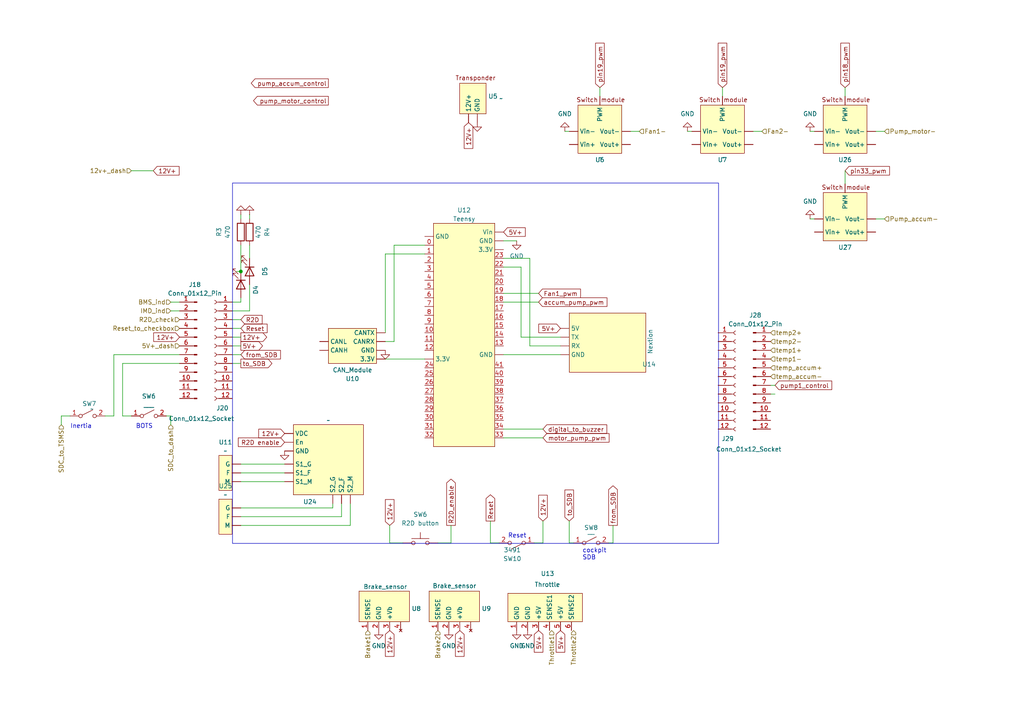
<source format=kicad_sch>
(kicad_sch (version 20231120) (generator "eeschema") (generator_version "8.0")
  (paper "A4")
  (lib_symbols
    (symbol "Connector:Conn_01x12_Pin" (pin_names (offset 1.016) hide)
      (property "Reference" "J" (at 0 15.24 0))
      (property "Value" "Conn_01x12_Pin" (at 0 -17.78 0))
      (symbol "Conn_01x12_Pin_1_1"
        (polyline (pts (xy 1.27 -15.24) (xy 0.8636 -15.24)) (stroke (width 0.1524)))
        (polyline (pts (xy 1.27 -12.7) (xy 0.8636 -12.7)) (stroke (width 0.1524)))
        (polyline (pts (xy 1.27 -10.16) (xy 0.8636 -10.16)) (stroke (width 0.1524)))
        (polyline (pts (xy 1.27 -7.62) (xy 0.8636 -7.62)) (stroke (width 0.1524)))
        (polyline (pts (xy 1.27 -5.08) (xy 0.8636 -5.08)) (stroke (width 0.1524)))
        (polyline (pts (xy 1.27 -2.54) (xy 0.8636 -2.54)) (stroke (width 0.1524)))
        (polyline (pts (xy 1.27 0) (xy 0.8636 0)) (stroke (width 0.1524)))
        (polyline (pts (xy 1.27 2.54) (xy 0.8636 2.54)) (stroke (width 0.1524)))
        (polyline (pts (xy 1.27 5.08) (xy 0.8636 5.08)) (stroke (width 0.1524)))
        (polyline (pts (xy 1.27 7.62) (xy 0.8636 7.62)) (stroke (width 0.1524)))
        (polyline (pts (xy 1.27 10.16) (xy 0.8636 10.16)) (stroke (width 0.1524)))
        (polyline (pts (xy 1.27 12.7) (xy 0.8636 12.7)) (stroke (width 0.1524)))
        (rectangle (start 0.8636 -15.113) (end 0 -15.367) (stroke (width 0.1524)) (fill (type outline)))
        (rectangle (start 0.8636 -12.573) (end 0 -12.827) (stroke (width 0.1524)) (fill (type outline)))
        (rectangle (start 0.8636 -10.033) (end 0 -10.287) (stroke (width 0.1524)) (fill (type outline)))
        (rectangle (start 0.8636 -7.493) (end 0 -7.747) (stroke (width 0.1524)) (fill (type outline)))
        (rectangle (start 0.8636 -4.953) (end 0 -5.207) (stroke (width 0.1524)) (fill (type outline)))
        (rectangle (start 0.8636 -2.413) (end 0 -2.667) (stroke (width 0.1524)) (fill (type outline)))
        (rectangle (start 0.8636 0.127) (end 0 -0.127) (stroke (width 0.1524)) (fill (type outline)))
        (rectangle (start 0.8636 2.667) (end 0 2.413) (stroke (width 0.1524)) (fill (type outline)))
        (rectangle (start 0.8636 5.207) (end 0 4.953) (stroke (width 0.1524)) (fill (type outline)))
        (rectangle (start 0.8636 7.747) (end 0 7.493) (stroke (width 0.1524)) (fill (type outline)))
        (rectangle (start 0.8636 10.287) (end 0 10.033) (stroke (width 0.1524)) (fill (type outline)))
        (rectangle (start 0.8636 12.827) (end 0 12.573) (stroke (width 0.1524)) (fill (type outline)))
        (pin passive line (at 5.08 12.7 180) (length 3.81) (name "Pin_1") (number "1"))
        (pin passive line (at 5.08 -10.16 180) (length 3.81) (name "Pin_10") (number "10"))
        (pin passive line (at 5.08 -12.7 180) (length 3.81) (name "Pin_11") (number "11"))
        (pin passive line (at 5.08 -15.24 180) (length 3.81) (name "Pin_12") (number "12"))
        (pin passive line (at 5.08 10.16 180) (length 3.81) (name "Pin_2") (number "2"))
        (pin passive line (at 5.08 7.62 180) (length 3.81) (name "Pin_3") (number "3"))
        (pin passive line (at 5.08 5.08 180) (length 3.81) (name "Pin_4") (number "4"))
        (pin passive line (at 5.08 2.54 180) (length 3.81) (name "Pin_5") (number "5"))
        (pin passive line (at 5.08 0 180) (length 3.81) (name "Pin_6") (number "6"))
        (pin passive line (at 5.08 -2.54 180) (length 3.81) (name "Pin_7") (number "7"))
        (pin passive line (at 5.08 -5.08 180) (length 3.81) (name "Pin_8") (number "8"))
        (pin passive line (at 5.08 -7.62 180) (length 3.81) (name "Pin_9") (number "9"))
      )
    )
    (symbol "Connector:Conn_01x12_Socket" (pin_names (offset 1.016) hide)
      (property "Reference" "J" (at 0 15.24 0))
      (property "Value" "Conn_01x12_Socket" (at 0 -17.78 0))
      (symbol "Conn_01x12_Socket_1_1"
        (arc (start 0 -14.732) (mid -0.5058 -15.24) (end 0 -15.748) (stroke (width 0.1524)))
        (arc (start 0 -12.192) (mid -0.5058 -12.7) (end 0 -13.208) (stroke (width 0.1524)))
        (arc (start 0 -9.652) (mid -0.5058 -10.16) (end 0 -10.668) (stroke (width 0.1524)))
        (arc (start 0 -7.112) (mid -0.5058 -7.62) (end 0 -8.128) (stroke (width 0.1524)))
        (arc (start 0 -4.572) (mid -0.5058 -5.08) (end 0 -5.588) (stroke (width 0.1524)))
        (arc (start 0 -2.032) (mid -0.5058 -2.54) (end 0 -3.048) (stroke (width 0.1524)))
        (polyline (pts (xy -1.27 -15.24) (xy -0.508 -15.24)) (stroke (width 0.1524)))
        (polyline (pts (xy -1.27 -12.7) (xy -0.508 -12.7)) (stroke (width 0.1524)))
        (polyline (pts (xy -1.27 -10.16) (xy -0.508 -10.16)) (stroke (width 0.1524)))
        (polyline (pts (xy -1.27 -7.62) (xy -0.508 -7.62)) (stroke (width 0.1524)))
        (polyline (pts (xy -1.27 -5.08) (xy -0.508 -5.08)) (stroke (width 0.1524)))
        (polyline (pts (xy -1.27 -2.54) (xy -0.508 -2.54)) (stroke (width 0.1524)))
        (polyline (pts (xy -1.27 0) (xy -0.508 0)) (stroke (width 0.1524)))
        (polyline (pts (xy -1.27 2.54) (xy -0.508 2.54)) (stroke (width 0.1524)))
        (polyline (pts (xy -1.27 5.08) (xy -0.508 5.08)) (stroke (width 0.1524)))
        (polyline (pts (xy -1.27 7.62) (xy -0.508 7.62)) (stroke (width 0.1524)))
        (polyline (pts (xy -1.27 10.16) (xy -0.508 10.16)) (stroke (width 0.1524)))
        (polyline (pts (xy -1.27 12.7) (xy -0.508 12.7)) (stroke (width 0.1524)))
        (arc (start 0 0.508) (mid -0.5058 0) (end 0 -0.508) (stroke (width 0.1524)))
        (arc (start 0 3.048) (mid -0.5058 2.54) (end 0 2.032) (stroke (width 0.1524)))
        (arc (start 0 5.588) (mid -0.5058 5.08) (end 0 4.572) (stroke (width 0.1524)))
        (arc (start 0 8.128) (mid -0.5058 7.62) (end 0 7.112) (stroke (width 0.1524)))
        (arc (start 0 10.668) (mid -0.5058 10.16) (end 0 9.652) (stroke (width 0.1524)))
        (arc (start 0 13.208) (mid -0.5058 12.7) (end 0 12.192) (stroke (width 0.1524)))
        (pin passive line (at -5.08 12.7 0) (length 3.81) (name "Pin_1") (number "1"))
        (pin passive line (at -5.08 -10.16 0) (length 3.81) (name "Pin_10") (number "10"))
        (pin passive line (at -5.08 -12.7 0) (length 3.81) (name "Pin_11") (number "11"))
        (pin passive line (at -5.08 -15.24 0) (length 3.81) (name "Pin_12") (number "12"))
        (pin passive line (at -5.08 10.16 0) (length 3.81) (name "Pin_2") (number "2"))
        (pin passive line (at -5.08 7.62 0) (length 3.81) (name "Pin_3") (number "3"))
        (pin passive line (at -5.08 5.08 0) (length 3.81) (name "Pin_4") (number "4"))
        (pin passive line (at -5.08 2.54 0) (length 3.81) (name "Pin_5") (number "5"))
        (pin passive line (at -5.08 0 0) (length 3.81) (name "Pin_6") (number "6"))
        (pin passive line (at -5.08 -2.54 0) (length 3.81) (name "Pin_7") (number "7"))
        (pin passive line (at -5.08 -5.08 0) (length 3.81) (name "Pin_8") (number "8"))
        (pin passive line (at -5.08 -7.62 0) (length 3.81) (name "Pin_9") (number "9"))
      )
    )
    (symbol "Device:LED" (pin_numbers hide) (pin_names (offset 1.016) hide)
      (property "Reference" "D" (at 0 2.54 0))
      (property "Value" "LED" (at 0 -2.54 0))
      (symbol "LED_0_1"
        (polyline (pts (xy -1.27 -1.27) (xy -1.27 1.27)) (stroke (width 0.254)))
        (polyline (pts (xy -1.27 0) (xy 1.27 0)))
        (polyline (pts (xy 1.27 -1.27) (xy 1.27 1.27) (xy -1.27 0) (xy 1.27 -1.27)) (stroke (width 0.254)))
        (polyline (pts (xy -3.048 -0.762) (xy -4.572 -2.286) (xy -3.81 -2.286) (xy -4.572 -2.286) (xy -4.572 -1.524)))
        (polyline (pts (xy -1.778 -0.762) (xy -3.302 -2.286) (xy -2.54 -2.286) (xy -3.302 -2.286) (xy -3.302 -1.524)))
      )
      (symbol "LED_1_1"
        (pin passive line (at -3.81 0 0) (length 2.54) (name "K") (number "1"))
        (pin passive line (at 3.81 0 180) (length 2.54) (name "A") (number "2"))
      )
    )
    (symbol "Device:R" (pin_numbers hide) (pin_names (offset 0))
      (property "Reference" "R" (at 2.032 0 90))
      (property "Value" "R" (at 0 0 90))
      (symbol "R_0_1"
        (rectangle (start -1.016 -2.54) (end 1.016 2.54) (stroke (width 0.254)))
      )
      (symbol "R_1_1"
        (pin passive line (at 0 3.81 270) (length 1.27) (name "~") (number "1"))
        (pin passive line (at 0 -3.81 90) (length 1.27) (name "~") (number "2"))
      )
    )
    (symbol "FSAE:Buzzer"
      (property "Reference" "U" (at 0 0 0))
      (symbol "Buzzer_1_1"
        (rectangle (start -10.16 8.89) (end 0 5.08) (fill (type background)))
        (pin input line (at -5.08 2.54 90) (length 2.54) (name "F") (number ""))
        (pin input line (at -7.62 2.54 90) (length 2.54) (name "G") (number ""))
        (pin input line (at -2.54 2.54 90) (length 2.54) (name "M") (number ""))
      )
    )
    (symbol "FSAE:Buzzer_board"
      (property "Reference" "U" (at 0 0 0))
      (symbol "Buzzer_board_1_1"
        (rectangle (start -11.43 22.86) (end 8.89 2.54) (fill (type background)))
        (pin input line (at 11.43 17.78 180) (length 2.54) (name "En") (number ""))
        (pin input line (at 11.43 15.24 180) (length 2.54) (name "GND") (number ""))
        (pin input line (at 11.43 8.89 180) (length 2.54) (name "S1_F") (number ""))
        (pin input line (at 11.43 11.43 180) (length 2.54) (name "S1_G") (number ""))
        (pin input line (at 11.43 6.35 180) (length 2.54) (name "S1_M") (number ""))
        (pin input line (at -5.08 0 90) (length 2.54) (name "S2_F") (number ""))
        (pin input line (at -2.54 0 90) (length 2.54) (name "S2_G") (number ""))
        (pin input line (at -7.62 0 90) (length 2.54) (name "S2_M") (number ""))
        (pin input line (at 11.43 20.32 180) (length 2.54) (name "VDC") (number ""))
      )
    )
    (symbol "FSAE:CAN_Module"
      (property "Reference" "U" (at 0 0 0))
      (property "Value" "CAN_Module" (at 0 -2.54 0))
      (symbol "CAN_Module_0_1"
        (rectangle (start -6.35 11.43) (end 7.62 1.27) (fill (type background)))
      )
      (symbol "CAN_Module_1_1"
        (pin power_in line (at -8.89 10.16 0) (length 2.54) (name "3.3V") (number ""))
        (pin bidirectional line (at 10.16 7.62 180) (length 2.54) (name "CANH") (number ""))
        (pin bidirectional line (at 10.16 5.08 180) (length 2.54) (name "CANL") (number ""))
        (pin bidirectional line (at -8.89 5.08 0) (length 2.54) (name "CANRX") (number ""))
        (pin bidirectional line (at -8.89 2.54 0) (length 2.54) (name "CANTX") (number ""))
        (pin bidirectional line (at -8.89 7.62 0) (length 2.54) (name "GND") (number ""))
      )
    )
    (symbol "FSAE:Nextion"
      (property "Reference" "U" (at 0 0 0))
      (symbol "Nextion_0_1"
        (rectangle (start -8.89 23.495) (end 8.255 1.27) (fill (type background)))
      )
      (symbol "Nextion_1_1"
        (pin input line (at 3.81 26.035 270) (length 2.54) (name "5V") (number ""))
        (pin bidirectional line (at -3.81 26.035 270) (length 2.54) (name "GND") (number ""))
        (pin input line (at -1.27 26.035 270) (length 2.54) (name "RX") (number ""))
        (pin output line (at 1.27 26.035 270) (length 2.54) (name "TX") (number ""))
      )
    )
    (symbol "FSAE:Teensy"
      (property "Reference" "U" (at 0 -8.89 0))
      (property "Value" "Teensy" (at 0 -10.16 0))
      (symbol "Teensy_0_1"
        (rectangle (start -8.89 57.15) (end 8.89 -7.62) (fill (type background)))
      )
      (symbol "Teensy_1_1"
        (pin power_out line (at -11.43 17.78 0) (length 2.54) (name "3.3V") (number ""))
        (pin power_out line (at 11.43 49.53 180) (length 2.54) (name "3.3V") (number ""))
        (pin bidirectional line (at -11.43 53.34 0) (length 2.54) (name "GND") (number ""))
        (pin bidirectional line (at 11.43 19.05 180) (length 2.54) (name "GND") (number ""))
        (pin bidirectional line (at 11.43 52.07 180) (length 2.54) (name "GND") (number ""))
        (pin power_in line (at 11.43 54.61 180) (length 2.54) (name "Vin") (number ""))
        (pin bidirectional line (at -11.43 50.8 0) (length 2.54) (name "") (number "0"))
        (pin bidirectional line (at -11.43 48.26 0) (length 2.54) (name "") (number "1"))
        (pin bidirectional line (at -11.43 25.4 0) (length 2.54) (name "") (number "10"))
        (pin bidirectional line (at -11.43 22.86 0) (length 2.54) (name "") (number "11"))
        (pin bidirectional line (at -11.43 20.32 0) (length 2.54) (name "") (number "12"))
        (pin bidirectional line (at 11.43 21.59 180) (length 2.54) (name "") (number "13"))
        (pin bidirectional line (at 11.43 24.13 180) (length 2.54) (name "") (number "14"))
        (pin bidirectional line (at 11.43 26.67 180) (length 2.54) (name "") (number "15"))
        (pin bidirectional line (at 11.43 29.21 180) (length 2.54) (name "") (number "16"))
        (pin bidirectional line (at 11.43 31.75 180) (length 2.54) (name "") (number "17"))
        (pin bidirectional line (at 11.43 34.29 180) (length 2.54) (name "") (number "18"))
        (pin bidirectional line (at 11.43 36.83 180) (length 2.54) (name "") (number "19"))
        (pin bidirectional line (at -11.43 45.72 0) (length 2.54) (name "") (number "2"))
        (pin bidirectional line (at 11.43 39.37 180) (length 2.54) (name "") (number "20"))
        (pin bidirectional line (at 11.43 41.91 180) (length 2.54) (name "") (number "21"))
        (pin bidirectional line (at 11.43 44.45 180) (length 2.54) (name "") (number "22"))
        (pin bidirectional line (at 11.43 46.99 180) (length 2.54) (name "") (number "23"))
        (pin bidirectional line (at -11.43 15.24 0) (length 2.54) (name "") (number "24"))
        (pin bidirectional line (at -11.43 12.7 0) (length 2.54) (name "") (number "25"))
        (pin bidirectional line (at -11.43 10.16 0) (length 2.54) (name "") (number "26"))
        (pin bidirectional line (at -11.43 7.62 0) (length 2.54) (name "") (number "27"))
        (pin bidirectional line (at -11.43 5.08 0) (length 2.54) (name "") (number "28"))
        (pin bidirectional line (at -11.43 2.54 0) (length 2.54) (name "") (number "29"))
        (pin bidirectional line (at -11.43 43.18 0) (length 2.54) (name "") (number "3"))
        (pin bidirectional line (at -11.43 0 0) (length 2.54) (name "") (number "30"))
        (pin bidirectional line (at -11.43 -2.54 0) (length 2.54) (name "") (number "31"))
        (pin bidirectional line (at -11.43 -5.08 0) (length 2.54) (name "") (number "32"))
        (pin bidirectional line (at 11.43 -5.08 180) (length 2.54) (name "") (number "33"))
        (pin bidirectional line (at 11.43 -2.54 180) (length 2.54) (name "") (number "34"))
        (pin bidirectional line (at 11.43 0 180) (length 2.54) (name "") (number "35"))
        (pin bidirectional line (at 11.43 2.54 180) (length 2.54) (name "") (number "36"))
        (pin bidirectional line (at 11.43 5.08 180) (length 2.54) (name "") (number "37"))
        (pin bidirectional line (at 11.43 7.62 180) (length 2.54) (name "") (number "38"))
        (pin bidirectional line (at 11.43 10.16 180) (length 2.54) (name "") (number "39"))
        (pin bidirectional line (at -11.43 40.64 0) (length 2.54) (name "") (number "4"))
        (pin bidirectional line (at 11.43 12.7 180) (length 2.54) (name "") (number "40"))
        (pin bidirectional line (at 11.43 15.24 180) (length 2.54) (name "") (number "41"))
        (pin bidirectional line (at -11.43 38.1 0) (length 2.54) (name "") (number "5"))
        (pin bidirectional line (at -11.43 35.56 0) (length 2.54) (name "") (number "6"))
        (pin bidirectional line (at -11.43 33.02 0) (length 2.54) (name "") (number "7"))
        (pin bidirectional line (at -11.43 30.48 0) (length 2.54) (name "") (number "8"))
        (pin bidirectional line (at -11.43 27.94 0) (length 2.54) (name "") (number "9"))
      )
    )
    (symbol "FSAE:Transponder"
      (property "Reference" "U" (at 0 0 0))
      (symbol "Transponder_1_1"
        (rectangle (start -2.54 10.16) (end 5.08 1.27) (fill (type background)))
        (text "Transponder" (at 2.032 11.684 0) (effects (font (size 1.27 1.27))))
        (pin input line (at 0 -1.27 90) (length 2.54) (name "12V+") (number ""))
        (pin input line (at 2.54 -1.27 90) (length 2.54) (name "GND") (number ""))
      )
    )
    (symbol "FSAE:brake_pressure"
      (property "Reference" "U17" (at -1.27 5.715 0))
      (property "Value" "~" (at 0 0 0))
      (symbol "brake_pressure_0_1"
        (rectangle (start -16.51 10.795) (end -1.905 1.905) (fill (type background)))
      )
      (symbol "brake_pressure_1_1"
        (pin input line (at -13.97 -0.635 90) (length 2.54) (name "SENSE") (number "1"))
        (pin input line (at -10.795 -0.635 90) (length 2.54) (name "GND") (number "2"))
        (pin input line (at -7.62 -0.635 90) (length 2.54) (name "+Vb") (number "3"))
        (pin no_connect line (at -4.445 -0.635 90) (length 2.54) (name "") (number "4"))
      )
    )
    (symbol "FSAE:switch_moduel"
      (property "Reference" "U" (at 0 0 0))
      (symbol "switch_moduel_1_1"
        (rectangle (start -6.35 19.05) (end 6.35 5.08) (fill (type background)))
        (text "Switch module\n" (at 0.254 3.556 0) (effects (font (size 1.27 1.27))))
        (pin input line (at 0 2.54 90) (length 2.54) (name "PWM") (number ""))
        (pin input line (at -8.89 16.51 0) (length 2.54) (name "Vin+") (number ""))
        (pin input line (at -8.89 12.7 0) (length 2.54) (name "Vin-") (number ""))
        (pin input line (at 8.89 16.51 180) (length 2.54) (name "Vout+") (number ""))
        (pin input line (at 8.89 12.7 180) (length 2.54) (name "Vout-") (number ""))
      )
    )
    (symbol "FSAE:throttle"
      (property "Reference" "U" (at 0 0 0))
      (symbol "throttle_0_1"
        (rectangle (start -11.43 -2.54) (end 10.16 -10.795) (fill (type background)))
      )
      (symbol "throttle_1_1"
        (pin input line (at -8.89 -13.335 90) (length 2.54) (name "GND") (number "1"))
        (pin input line (at -5.715 -13.335 90) (length 2.54) (name "GND") (number "2"))
        (pin input line (at -2.54 -13.335 90) (length 2.54) (name "+5V") (number "3"))
        (pin input line (at 0.635 -13.335 90) (length 2.54) (name "SENSE1") (number "4"))
        (pin input line (at 3.81 -13.335 90) (length 2.54) (name "+5V") (number "5"))
        (pin input line (at 6.985 -13.335 90) (length 2.54) (name "SENSE2") (number "6"))
      )
    )
    (symbol "GND_1" (power) (pin_numbers hide) (pin_names (offset 0) hide)
      (property "Value" "GND" (at 0 -3.81 0))
      (symbol "GND_1_0_1"
        (polyline (pts (xy 0 0) (xy 0 -1.27) (xy 1.27 -1.27) (xy 0 -2.54) (xy -1.27 -1.27) (xy 0 -1.27)))
      )
      (symbol "GND_1_1_1"
        (pin power_in line (at 0 0 270) (length 0) (name "~") (number "1"))
      )
    )
    (symbol "Switch:SW_Push" (pin_numbers hide) (pin_names (offset 1.016) hide)
      (property "Reference" "SW" (at 1.27 2.54 0))
      (property "Value" "SW_Push" (at 0 -1.524 0))
      (symbol "SW_Push_0_1"
        (circle (center -2.032 0) (radius 0.508))
        (polyline (pts (xy 0 1.27) (xy 0 3.048)))
        (polyline (pts (xy 2.54 1.27) (xy -2.54 1.27)))
        (circle (center 2.032 0) (radius 0.508))
        (pin passive line (at -5.08 0 0) (length 2.54) (name "1") (number "1"))
        (pin passive line (at 5.08 0 180) (length 2.54) (name "2") (number "2"))
      )
    )
    (symbol "Switch:SW_SPST" (pin_names (offset 0) hide)
      (property "Reference" "SW" (at 0 3.175 0))
      (property "Value" "SW_SPST" (at 0 -2.54 0))
      (symbol "SW_SPST_0_0"
        (circle (center -2.032 0) (radius 0.508))
        (polyline (pts (xy -1.524 0.254) (xy 1.524 1.778)))
        (circle (center 2.032 0) (radius 0.508))
      )
      (symbol "SW_SPST_1_1"
        (pin passive line (at -5.08 0 0) (length 2.54) (name "A") (number "1"))
        (pin passive line (at 5.08 0 180) (length 2.54) (name "B") (number "2"))
      )
    )
    (symbol "power:GND" (power) (pin_names (offset 0))
      (property "Value" "GND" (at 0 -3.81 0))
      (symbol "GND_0_1"
        (polyline (pts (xy 0 0) (xy 0 -1.27) (xy 1.27 -1.27) (xy 0 -2.54) (xy -1.27 -1.27) (xy 0 -1.27)))
      )
      (symbol "GND_1_1"
        (pin power_in line (at 0 0 270) (length 0) hide (name "GND") (number "1"))
      )
    )
  )
  (junction (at 69.85 78.74))
  (wire (pts (xy 223.52 114.3) (xy 224.79 114.3)))
  (wire (pts (xy 72.39 90.17) (xy 72.39 82.55)))
  (wire (pts (xy 69.85 134.62) (xy 82.55 134.62)))
  (wire (pts (xy 254 38.1) (xy 256.54 38.1)))
  (wire (pts (xy 165.1 151.13) (xy 165.1 157.48)))
  (wire (pts (xy 151.13 77.47) (xy 146.05 77.47)))
  (wire (pts (xy 17.78 120.65) (xy 17.78 123.19)))
  (wire (pts (xy 209.55 27.94) (xy 209.55 25.4)))
  (wire (pts (xy 33.02 120.65) (xy 30.48 120.65)))
  (wire (pts (xy 49.53 90.17) (xy 52.07 90.17)))
  (wire (pts (xy 114.3 71.12) (xy 114.3 99.06)))
  (wire (pts (xy 149.86 69.85) (xy 146.05 69.85)))
  (wire (pts (xy 146.05 87.63) (xy 156.21 87.63)))
  (wire (pts (xy 162.56 102.87) (xy 146.05 102.87)))
  (wire (pts (xy 123.19 104.14) (xy 111.76 104.14)))
  (wire (pts (xy 153.67 100.33) (xy 162.56 100.33)))
  (wire (pts (xy 151.13 97.79) (xy 151.13 77.47)))
  (wire (pts (xy 35.56 120.65) (xy 38.1 120.65)))
  (wire (pts (xy 142.24 157.48) (xy 144.78 157.48)))
  (wire (pts (xy 69.85 62.23) (xy 69.85 63.5)))
  (wire (pts (xy 113.03 157.48) (xy 116.84 157.48)))
  (wire (pts (xy 69.85 78.74) (xy 69.85 71.12)))
  (wire (pts (xy 200.66 38.1) (xy 199.39 38.1)))
  (wire (pts (xy 173.99 27.94) (xy 173.99 25.4)))
  (wire (pts (xy 49.53 87.63) (xy 52.07 87.63)))
  (wire (pts (xy 20.32 120.65) (xy 17.78 120.65)))
  (wire (pts (xy 245.11 27.94) (xy 245.11 25.4)))
  (wire (pts (xy 254 63.5) (xy 256.54 63.5)))
  (wire (pts (xy 146.05 124.46) (xy 157.48 124.46)))
  (wire (pts (xy 157.48 151.13) (xy 157.48 157.48)))
  (wire (pts (xy 113.03 152.4) (xy 113.03 157.48)))
  (wire (pts (xy 67.31 92.71) (xy 69.85 92.71)))
  (wire (pts (xy 153.67 74.93) (xy 153.67 100.33)))
  (wire (pts (xy 218.44 38.1) (xy 220.98 38.1)))
  (wire (pts (xy 96.52 147.32) (xy 96.52 146.05)))
  (wire (pts (xy 52.07 102.87) (xy 33.02 102.87)))
  (wire (pts (xy 99.06 146.05) (xy 99.06 149.86)))
  (wire (pts (xy 165.1 38.1) (xy 163.83 38.1)))
  (wire (pts (xy 69.85 87.63) (xy 69.85 86.36)))
  (wire (pts (xy 69.85 139.7) (xy 82.55 139.7)))
  (wire (pts (xy 69.85 152.4) (xy 101.6 152.4)))
  (wire (pts (xy 146.05 127) (xy 157.48 127)))
  (wire (pts (xy 49.53 120.65) (xy 48.26 120.65)))
  (wire (pts (xy 99.06 149.86) (xy 69.85 149.86)))
  (wire (pts (xy 236.22 63.5) (xy 234.95 63.5)))
  (wire (pts (xy 245.11 53.34) (xy 245.11 49.53)))
  (wire (pts (xy 69.85 100.33) (xy 67.31 100.33)))
  (wire (pts (xy 165.1 157.48) (xy 166.37 157.48)))
  (wire (pts (xy 177.8 157.48) (xy 176.53 157.48)))
  (wire (pts (xy 38.1 49.53) (xy 44.45 49.53)))
  (wire (pts (xy 72.39 62.23) (xy 72.39 63.5)))
  (wire (pts (xy 123.19 73.66) (xy 111.76 73.66)))
  (wire (pts (xy 162.56 97.79) (xy 151.13 97.79)))
  (wire (pts (xy 146.05 85.09) (xy 156.21 85.09)))
  (wire (pts (xy 69.85 105.41) (xy 67.31 105.41)))
  (wire (pts (xy 69.85 147.32) (xy 96.52 147.32)))
  (wire (pts (xy 142.24 151.13) (xy 142.24 157.48)))
  (wire (pts (xy 236.22 38.1) (xy 234.95 38.1)))
  (wire (pts (xy 35.56 105.41) (xy 35.56 120.65)))
  (wire (pts (xy 69.85 78.74) (xy 68.58 78.74)))
  (wire (pts (xy 101.6 152.4) (xy 101.6 146.05)))
  (wire (pts (xy 69.85 87.63) (xy 67.31 87.63)))
  (wire (pts (xy 49.53 123.19) (xy 49.53 120.65)))
  (wire (pts (xy 182.88 38.1) (xy 185.42 38.1)))
  (wire (pts (xy 69.85 137.16) (xy 82.55 137.16)))
  (wire (pts (xy 33.02 102.87) (xy 33.02 120.65)))
  (wire (pts (xy 67.31 90.17) (xy 72.39 90.17)))
  (wire (pts (xy 157.48 157.48) (xy 154.94 157.48)))
  (wire (pts (xy 69.85 102.87) (xy 67.31 102.87)))
  (wire (pts (xy 177.8 152.4) (xy 177.8 157.48)))
  (wire (pts (xy 130.81 152.4) (xy 130.81 157.48)))
  (wire (pts (xy 67.31 97.79) (xy 69.85 97.79)))
  (wire (pts (xy 130.81 157.48) (xy 127 157.48)))
  (wire (pts (xy 223.52 111.76) (xy 224.79 111.76)))
  (wire (pts (xy 114.3 99.06) (xy 111.76 99.06)))
  (wire (pts (xy 146.05 74.93) (xy 153.67 74.93)))
  (wire (pts (xy 111.76 96.52) (xy 111.76 73.66)))
  (wire (pts (xy 72.39 71.12) (xy 72.39 74.93)))
  (wire (pts (xy 67.31 95.25) (xy 69.85 95.25)))
  (wire (pts (xy 123.19 71.12) (xy 114.3 71.12)))
  (wire (pts (xy 35.56 105.41) (xy 52.07 105.41)))
  (rectangle (start 67.437 53.086) (end 208.407 157.607))
  (text "cockpit\nSDB\n" (at 168.91 162.56 0) (effects (font (size 1.27 1.27)) (justify left bottom)))
  (text "Inertia" (at 26.67 124.46 0) (effects (font (size 1.27 1.27)) (justify right bottom)))
  (text "BOTS\n" (at 39.37 124.46 0) (effects (font (size 1.27 1.27)) (justify left bottom)))
  (text "Reset" (at 147.32 156.21 0) (effects (font (size 1.27 1.27)) (justify left bottom)))
  (global_label "5V+" (shape output) (at 69.85 100.33 0) (property "Intersheetrefs" "${INTERSHEET_REFS}" (effects (hide yes))))
  (global_label "from_SDB" (shape input) (at 69.85 102.87 0) (property "Intersheetrefs" "${INTERSHEET_REFS}" (effects (hide yes))))
  (global_label "pin19_pwm" (shape input) (at 209.55 25.4 90) (property "Intersheetrefs" "${INTERSHEET_REFS}" (effects (hide yes))))
  (global_label "accum_pump_pwm" (shape input) (at 156.21 87.63 0) (property "Intersheetrefs" "${INTERSHEET_REFS}" (effects (hide yes))))
  (global_label "12V+" (shape input) (at 113.03 182.88 270) (property "Intersheetrefs" "${INTERSHEET_REFS}" (effects (hide yes))))
  (global_label "12V+" (shape input) (at 157.48 151.13 90) (property "Intersheetrefs" "${INTERSHEET_REFS}" (effects (hide yes))))
  (global_label "to_SDB" (shape output) (at 69.85 105.41 0) (property "Intersheetrefs" "${INTERSHEET_REFS}" (effects (hide yes))))
  (global_label "Fan1_pwm" (shape input) (at 156.21 85.09 0) (property "Intersheetrefs" "${INTERSHEET_REFS}" (effects (hide yes))))
  (global_label "12V+" (shape input) (at 113.03 152.4 90) (property "Intersheetrefs" "${INTERSHEET_REFS}" (effects (hide yes))))
  (global_label "12V+" (shape input) (at 135.89 35.56 270) (property "Intersheetrefs" "${INTERSHEET_REFS}" (effects (hide yes))))
  (global_label "12V+" (shape input) (at 133.35 182.88 270) (property "Intersheetrefs" "${INTERSHEET_REFS}" (effects (hide yes))))
  (global_label "12V+" (shape input) (at 52.07 97.79 180) (property "Intersheetrefs" "${INTERSHEET_REFS}" (effects (hide yes))))
  (global_label "5V+" (shape input) (at 162.56 182.88 270) (property "Intersheetrefs" "${INTERSHEET_REFS}" (effects (hide yes))))
  (global_label "pump1_control" (shape input) (at 224.79 111.76 0) (property "Intersheetrefs" "${INTERSHEET_REFS}" (effects (hide yes))))
  (global_label "from_SDB" (shape output) (at 177.8 152.4 90) (property "Intersheetrefs" "${INTERSHEET_REFS}" (effects (hide yes))))
  (global_label "pin33_pwm" (shape input) (at 245.11 49.53 0) (property "Intersheetrefs" "${INTERSHEET_REFS}" (effects (hide yes))))
  (global_label "12V+" (shape input) (at 44.45 49.53 0) (property "Intersheetrefs" "${INTERSHEET_REFS}" (effects (hide yes))))
  (global_label "pin18_pwm" (shape input) (at 245.11 25.4 90) (property "Intersheetrefs" "${INTERSHEET_REFS}" (effects (hide yes))))
  (global_label "pin19_pwm" (shape input) (at 173.99 25.4 90) (property "Intersheetrefs" "${INTERSHEET_REFS}" (effects (hide yes))))
  (global_label "5V+" (shape input) (at 146.05 67.31 0) (property "Intersheetrefs" "${INTERSHEET_REFS}" (effects (hide yes))))
  (global_label "5V+" (shape input) (at 156.21 182.88 270) (property "Intersheetrefs" "${INTERSHEET_REFS}" (effects (hide yes))))
  (global_label "R2D_enable" (shape output) (at 130.81 152.4 90) (property "Intersheetrefs" "${INTERSHEET_REFS}" (effects (hide yes))))
  (global_label "motor_pump_pwm" (shape input) (at 157.48 127 0) (property "Intersheetrefs" "${INTERSHEET_REFS}" (effects (hide yes))))
  (global_label "Reset" (shape input) (at 69.85 95.25 0) (property "Intersheetrefs" "${INTERSHEET_REFS}" (effects (hide yes))))
  (global_label "R2D enable" (shape input) (at 82.55 128.27 180) (property "Intersheetrefs" "${INTERSHEET_REFS}" (effects (hide yes))))
  (global_label "pump_motor_control" (shape output) (at 95.25 29.21 180) (property "Intersheetrefs" "${INTERSHEET_REFS}" (effects (hide yes))))
  (global_label "digital_to_buzzer" (shape input) (at 157.48 124.46 0) (property "Intersheetrefs" "${INTERSHEET_REFS}" (effects (hide yes))))
  (global_label "12V+" (shape input) (at 82.55 125.73 180) (property "Intersheetrefs" "${INTERSHEET_REFS}" (effects (hide yes))))
  (global_label "pump_accum_control" (shape output) (at 95.25 24.13 180) (property "Intersheetrefs" "${INTERSHEET_REFS}" (effects (hide yes))))
  (global_label "5V+" (shape input) (at 162.56 95.25 180) (property "Intersheetrefs" "${INTERSHEET_REFS}" (effects (hide yes))))
  (global_label "R2D" (shape input) (at 69.85 92.71 0) (property "Intersheetrefs" "${INTERSHEET_REFS}" (effects (hide yes))))
  (global_label "Reset" (shape output) (at 142.24 151.13 90) (property "Intersheetrefs" "${INTERSHEET_REFS}" (effects (hide yes))))
  (global_label "to_SDB" (shape input) (at 165.1 151.13 90) (property "Intersheetrefs" "${INTERSHEET_REFS}" (effects (hide yes))))
  (global_label "12V+" (shape output) (at 69.85 97.79 0) (property "Intersheetrefs" "${INTERSHEET_REFS}" (effects (hide yes))))
  (hierarchical_label "temp1-" (shape input) (at 223.52 104.14 0))
  (hierarchical_label "5V+_dash" (shape input) (at 52.07 100.33 180))
  (hierarchical_label "Pump_accum-" (shape input) (at 256.54 63.5 0))
  (hierarchical_label "BMS_ind" (shape input) (at 49.53 87.63 180))
  (hierarchical_label "Fan2-" (shape input) (at 220.98 38.1 0))
  (hierarchical_label "SDC_to_dash" (shape input) (at 49.53 123.19 270))
  (hierarchical_label "12v+_dash" (shape input) (at 38.1 49.53 180))
  (hierarchical_label "temp1+" (shape input) (at 223.52 101.6 0))
  (hierarchical_label "temp_accum+" (shape input) (at 223.52 106.68 0))
  (hierarchical_label "Brake1" (shape input) (at 106.68 182.88 270))
  (hierarchical_label "Reset_to_checkbox" (shape input) (at 52.07 95.25 180))
  (hierarchical_label "temp_accum-" (shape input) (at 223.52 109.22 0))
  (hierarchical_label "Throttle2" (shape input) (at 166.37 182.88 270))
  (hierarchical_label "Brake2" (shape input) (at 127 182.88 270))
  (hierarchical_label "R2D_check" (shape input) (at 52.07 92.71 180))
  (hierarchical_label "Pump_motor-" (shape input) (at 256.54 38.1 0))
  (hierarchical_label "IMD_ind" (shape input) (at 49.53 90.17 180))
  (hierarchical_label "temp2-" (shape input) (at 223.52 99.06 0))
  (hierarchical_label "Throttle1" (shape input) (at 160.02 182.88 270))
  (hierarchical_label "SDC_to_TSMS" (shape input) (at 17.78 123.19 270))
  (hierarchical_label "Fan1-" (shape input) (at 185.42 38.1 0))
  (hierarchical_label "temp2+" (shape input) (at 223.52 96.52 0))
  (symbol (lib_id "Connector:Conn_01x12_Pin") (at 57.15 100.33 0) (mirror y) (unit 1)
    (property "Reference" "J18" (at 56.515 82.55 0))
    (property "Value" "Conn_01x12_Pin" (at 56.515 85.09 0))
    (property "Description" "Generic connector, single row, 01x12, script generated" (effects (hide yes)))
  )
  (symbol (lib_id "Device:LED") (at 72.39 78.74 270) (unit 1)
    (property "Reference" "D5" (at 76.835 78.74 0))
    (property "Value" "LED" (effects (hide yes)))
    (property "Description" "Light emitting diode" (effects (hide yes)))
  )
  (symbol (lib_id "power:GND") (at 149.86 182.88 0) (unit 1)
    (property "Reference" "#PWR016" (effects (hide yes)))
    (property "Value" "GND" (at 149.86 187.325 0))
  )
  (symbol (lib_id "power:GND") (at 138.43 35.56 0) (unit 1)
    (property "Reference" "#PWR07" (effects (hide yes)))
    (property "Value" "GND" (effects (hide yes)))
  )
  (symbol (lib_id "Switch:SW_Push") (at 121.92 157.48 0) (unit 1)
    (property "Reference" "SW6" (at 121.92 149.225 0))
    (property "Value" "R2D button" (at 121.92 151.765 0))
    (property "Description" "Push button switch, generic, two pins" (effects (hide yes)))
  )
  (symbol (lib_id "power:GND") (at 111.76 101.6 0) (mirror y) (unit 1)
    (property "Reference" "#PWR013" (effects (hide yes)))
    (property "Value" "GND" (effects (hide yes)))
  )
  (symbol (lib_id "Switch:SW_SPST") (at 25.4 120.65 0) (unit 1)
    (property "Reference" "SW7" (at 25.908 117.094 0))
    (property "Value" "~" (at 26.67 118.618 0))
  )
  (symbol (lib_id "FSAE:switch_moduel") (at 245.11 25.4 0) (mirror x) (unit 1)
    (property "Reference" "U26" (at 245.11 46.355 0))
    (property "Value" "~" (at 245.364 45.72 0))
  )
  (symbol (lib_id "Device:R") (at 69.85 67.31 180) (unit 1)
    (property "Reference" "R3" (at 63.5 67.31 90))
    (property "Value" "470" (at 66.04 67.31 90))
    (property "Description" "Resistor" (effects (hide yes)))
  )
  (symbol (lib_id "power:GND") (at 109.855 182.88 0) (unit 1)
    (property "Reference" "#PWR011" (effects (hide yes)))
    (property "Value" "GND" (at 109.855 187.325 0))
  )
  (symbol (lib_id "Switch:SW_SPST") (at 43.18 120.65 0) (unit 1)
    (property "Reference" "SW6" (at 43.18 114.935 0))
    (property "Value" "___" (at 43.18 117.475 0))
    (instances (project "Electrical_system" (path "" (reference "SW6") (unit 1)) (path "" (reference "SW5") (unit 1))) (project "Accumulator_t_2" (path "" (reference "SW10") (unit 1))) (project "checkbox" (path "" (reference "SW5") (unit 1))) (project "checkbox" (path "" (reference "SW6") (unit 1))) (project "Electrical_system_rev2" (path "" (reference "SW9") (unit 1))) (project "SDC_Schematic" (path "" (reference "SW8") (unit 1))))
  )
  (symbol (lib_id "power:GND") (at 234.95 38.1 180) (unit 1)
    (property "Reference" "#PWR02" (effects (hide yes)))
    (property "Value" "GND" (at 234.95 33.02 0))
    (property "Description" "Power symbol creates a global label with name \"GND\" , ground" (effects (hide yes)))
  )
  (symbol (lib_id "FSAE:brake_pressure") (at 140.97 182.245 0) (unit 1)
    (property "Reference" "U9" (at 139.7 176.53 0) (effects (justify left)))
    (property "Value" "Brake_sensor" (at 131.826 169.926 0))
  )
  (symbol (lib_id "FSAE:Nextion") (at 188.595 99.06 90) (unit 1)
    (property "Reference" "U14" (at 190.246 105.664 90) (effects (justify left)))
    (property "Value" "Nextion" (at 188.595 99.06 0))
  )
  (symbol (lib_id "Connector:Conn_01x12_Socket") (at 213.36 109.22 0) (unit 1)
    (property "Reference" "J29" (at 211.074 127.254 0))
    (property "Value" "Conn_01x12_Socket" (at 217.17 130.302 0))
    (property "Description" "Generic connector, single row, 01x12, script generated" (effects (hide yes)))
  )
  (symbol (lib_id "FSAE:switch_moduel") (at 245.11 50.8 0) (mirror x) (unit 1)
    (property "Reference" "U27" (at 245.11 71.755 0))
    (property "Value" "~" (at 245.364 71.12 0))
  )
  (symbol (lib_id "FSAE:Buzzer_board") (at 93.98 146.05 0) (mirror y) (unit 1)
    (property "Reference" "U24" (at 89.916 145.542 0))
    (property "Value" "~" (at 95.25 121.92 0))
  )
  (symbol (lib_id "power:GND") (at 234.95 63.5 180) (unit 1)
    (property "Reference" "#PWR023" (effects (hide yes)))
    (property "Value" "GND" (at 234.95 58.42 0))
    (property "Description" "Power symbol creates a global label with name \"GND\" , ground" (effects (hide yes)))
  )
  (symbol (lib_id "Connector:Conn_01x12_Socket") (at 62.23 100.33 0) (mirror y) (unit 1)
    (property "Reference" "J20" (at 64.516 118.364 0))
    (property "Value" "Conn_01x12_Socket" (at 58.42 121.412 0))
    (property "Description" "Generic connector, single row, 01x12, script generated" (effects (hide yes)))
  )
  (symbol (lib_id "power:GND") (at 199.39 38.1 180) (unit 1)
    (property "Reference" "#PWR09" (effects (hide yes)))
    (property "Value" "GND" (at 199.39 33.02 0))
    (property "Description" "Power symbol creates a global label with name \"GND\" , ground" (effects (hide yes)))
  )
  (symbol (lib_id "power:GND") (at 130.175 182.88 0) (unit 1)
    (property "Reference" "#PWR012" (effects (hide yes)))
    (property "Value" "GND" (at 130.175 187.325 0))
  )
  (symbol (lib_id "FSAE:Teensy") (at 134.62 121.92 0) (unit 1)
    (property "Reference" "U12" (at 134.62 60.96 0))
    (property "Value" "Teensy" (at 134.62 63.5 0))
  )
  (symbol (lib_id "Switch:SW_SPST") (at 149.86 157.48 180) (unit 1)
    (property "Reference" "SW10" (at 148.59 162.052 0))
    (property "Value" "3491" (at 148.59 159.512 0))
  )
  (symbol (lib_id "power:GND") (at 163.83 38.1 180) (unit 1)
    (property "Reference" "#PWR08" (effects (hide yes)))
    (property "Value" "GND" (at 163.83 33.02 0))
    (property "Description" "Power symbol creates a global label with name \"GND\" , ground" (effects (hide yes)))
  )
  (symbol (lib_id "power:GND") (at 82.55 130.81 0) (mirror y) (unit 1)
    (property "Reference" "#PWR018" (effects (hide yes)))
    (property "Value" "GND" (effects (hide yes)))
  )
  (symbol (lib_name "GND_1") (lib_id "power:GND") (at 69.85 62.23 180) (unit 1)
    (property "Reference" "#PWR014" (effects (hide yes)))
    (property "Value" "GND" (effects (hide yes)))
    (property "Description" "Power symbol creates a global label with name \"GND\" , ground" (effects (hide yes)))
  )
  (symbol (lib_id "FSAE:Buzzer") (at 72.39 154.94 90) (mirror x) (unit 1)
    (property "Reference" "U25" (at 65.405 140.97 90))
    (property "Value" "~" (at 65.405 143.51 90))
  )
  (symbol (lib_id "FSAE:CAN_Module") (at 102.87 93.98 180) (unit 1)
    (property "Reference" "U10" (at 102.235 109.855 0))
    (property "Value" "CAN_Module" (at 102.235 107.315 0))
  )
  (symbol (lib_id "FSAE:Transponder") (at 135.89 34.29 0) (unit 1)
    (property "Reference" "U5" (at 141.605 27.94 0) (effects (justify left)))
    (property "Value" "~" (at 144.78 28.5722 0) (effects (justify left)))
  )
  (symbol (lib_id "Connector:Conn_01x12_Pin") (at 218.44 109.22 0) (unit 1)
    (property "Reference" "J28" (at 219.075 91.44 0))
    (property "Value" "Conn_01x12_Pin" (at 219.075 93.98 0))
    (property "Description" "Generic connector, single row, 01x12, script generated" (effects (hide yes)))
  )
  (symbol (lib_id "FSAE:Buzzer") (at 72.39 142.24 90) (mirror x) (unit 1)
    (property "Reference" "U11" (at 65.405 128.27 90))
    (property "Value" "~" (at 65.405 130.81 90))
  )
  (symbol (lib_name "GND_1") (lib_id "power:GND") (at 72.39 62.23 180) (unit 1)
    (property "Reference" "#PWR015" (effects (hide yes)))
    (property "Value" "GND" (effects (hide yes)))
    (property "Description" "Power symbol creates a global label with name \"GND\" , ground" (effects (hide yes)))
  )
  (symbol (lib_id "Switch:SW_SPST") (at 171.45 157.48 0) (unit 1)
    (property "Reference" "SW8" (at 171.45 153.035 0))
    (property "Value" "__" (at 171.45 154.305 0))
  )
  (symbol (lib_id "FSAE:switch_moduel") (at 173.99 25.4 0) (mirror x) (unit 1)
    (property "Reference" "U6" (at 173.99 46.355 0))
    (property "Value" "~" (at 174.244 45.72 0))
  )
  (symbol (lib_id "Device:LED") (at 69.85 82.55 270) (unit 1)
    (property "Reference" "D4" (at 74.168 84.074 0))
    (property "Value" "LED" (effects (hide yes)))
    (property "Description" "Light emitting diode" (effects (hide yes)))
  )
  (symbol (lib_id "FSAE:switch_moduel") (at 209.55 25.4 0) (mirror x) (unit 1)
    (property "Reference" "U7" (at 209.55 46.355 0))
    (property "Value" "~" (at 209.804 45.72 0))
  )
  (symbol (lib_id "power:GND") (at 153.035 182.88 0) (unit 1)
    (property "Reference" "#PWR017" (effects (hide yes)))
    (property "Value" "GND" (at 153.035 187.325 0))
  )
  (symbol (lib_id "power:GND") (at 149.86 69.85 0) (mirror y) (unit 1)
    (property "Reference" "#PWR010" (effects (hide yes)))
    (property "Value" "GND" (at 149.86 74.295 0))
  )
  (symbol (lib_id "FSAE:throttle") (at 158.75 169.545 0) (unit 1)
    (property "Reference" "U13" (at 156.845 166.37 0) (effects (justify left)))
    (property "Value" "Throttle" (at 158.75 169.545 0))
  )
  (symbol (lib_id "FSAE:brake_pressure") (at 120.65 182.245 0) (unit 1)
    (property "Reference" "U8" (at 119.38 176.53 0) (effects (justify left)))
    (property "Value" "Brake_sensor" (at 111.76 170.18 0))
  )
  (symbol (lib_id "Device:R") (at 72.39 67.31 180) (unit 1)
    (property "Reference" "R4" (at 77.47 67.31 90))
    (property "Value" "470" (at 74.93 67.31 90))
    (property "Description" "Resistor" (effects (hide yes)))
  )
)
</source>
